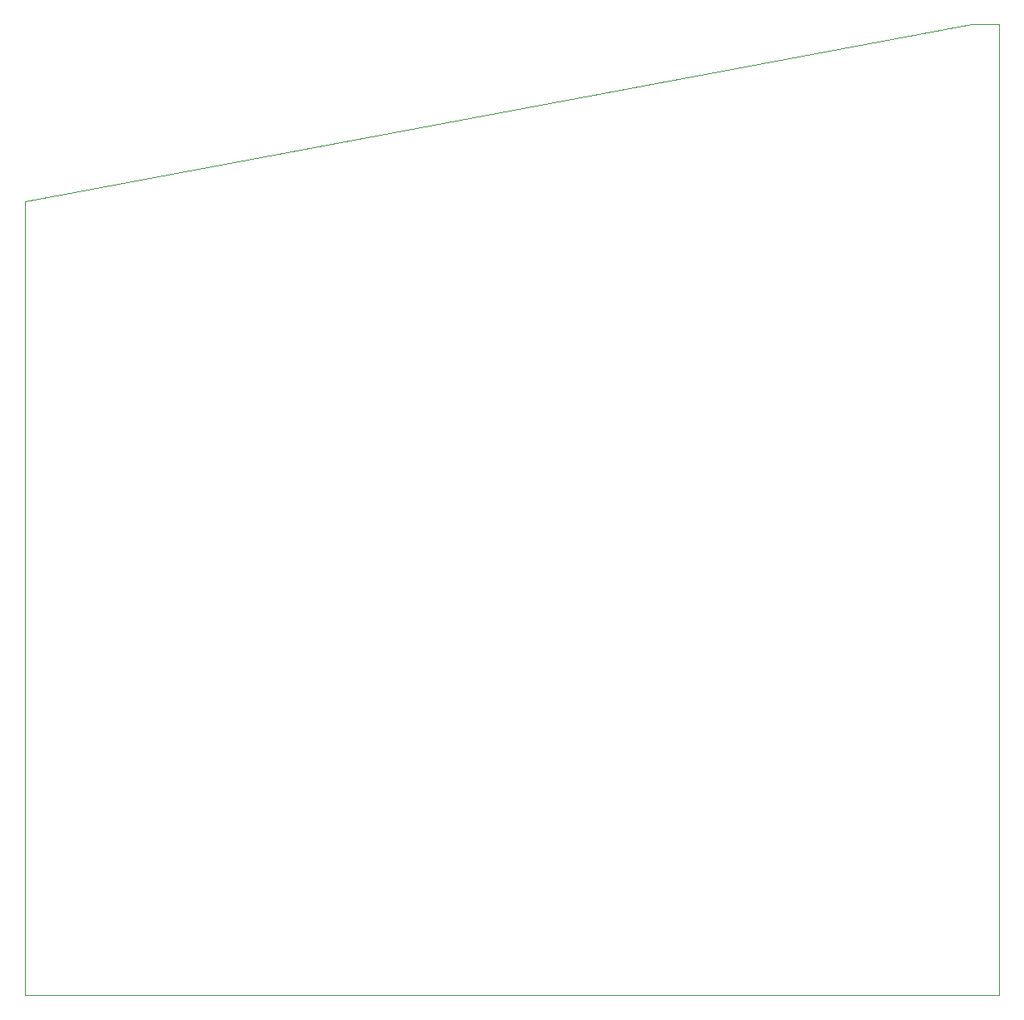
<source format=gbr>
%TF.GenerationSoftware,KiCad,Pcbnew,(5.1.6)-1*%
%TF.CreationDate,2021-03-02T09:32:05+01:00*%
%TF.ProjectId,Bukaerako_Erronka,42756b61-6572-4616-9b6f-5f4572726f6e,rev?*%
%TF.SameCoordinates,Original*%
%TF.FileFunction,Profile,NP*%
%FSLAX46Y46*%
G04 Gerber Fmt 4.6, Leading zero omitted, Abs format (unit mm)*
G04 Created by KiCad (PCBNEW (5.1.6)-1) date 2021-03-02 09:32:05*
%MOMM*%
%LPD*%
G01*
G04 APERTURE LIST*
%TA.AperFunction,Profile*%
%ADD10C,0.100000*%
%TD*%
G04 APERTURE END LIST*
D10*
X203200000Y-45974000D02*
X203200000Y-144780000D01*
X200406000Y-45974000D02*
X203200000Y-45974000D01*
X104140000Y-64008000D02*
X200406000Y-45974000D01*
X104140000Y-144780000D02*
X104140000Y-64008000D01*
X203200000Y-144780000D02*
X104140000Y-144780000D01*
M02*

</source>
